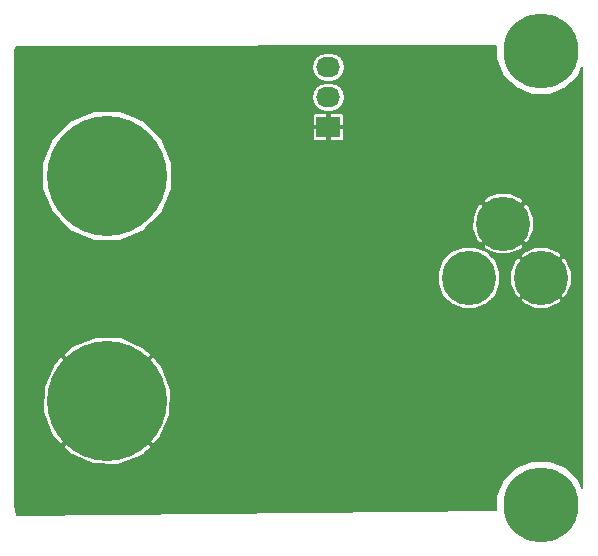
<source format=gbl>
G04 #@! TF.FileFunction,Copper,L2,Bot,Signal*
%FSLAX46Y46*%
G04 Gerber Fmt 4.6, Leading zero omitted, Abs format (unit mm)*
G04 Created by KiCad (PCBNEW 4.0.1-stable) date 2/13/2016 6:26:37 PM*
%MOMM*%
G01*
G04 APERTURE LIST*
%ADD10C,0.150000*%
%ADD11C,4.600000*%
%ADD12C,10.160000*%
%ADD13R,2.032000X1.727200*%
%ADD14O,2.032000X1.727200*%
%ADD15C,6.350000*%
%ADD16C,0.889000*%
%ADD17C,0.203200*%
G04 APERTURE END LIST*
D10*
D11*
X45000000Y-23250000D03*
X38900000Y-23250000D03*
X41800000Y-18650000D03*
D12*
X8255000Y-14605000D03*
X8255000Y-33655000D03*
D13*
X27000000Y-10500000D03*
D14*
X27000000Y-7960000D03*
X27000000Y-5420000D03*
D15*
X45000000Y-4000000D03*
X45000000Y-42500000D03*
D16*
X31500000Y-17000000D03*
X30000000Y-35750000D03*
X24500000Y-38750000D03*
X21750000Y-27750000D03*
X23250000Y-8500000D03*
X12192000Y-25654000D03*
X6350000Y-24892000D03*
D17*
G36*
X41214744Y-4749501D02*
X41789701Y-6141003D01*
X42853397Y-7206557D01*
X44243894Y-7783942D01*
X45749501Y-7785256D01*
X47141003Y-7210299D01*
X48206557Y-6146603D01*
X48504700Y-5428595D01*
X48504700Y-41071502D01*
X48210299Y-40358997D01*
X47146603Y-39293443D01*
X45756106Y-38716058D01*
X44250499Y-38714744D01*
X42858997Y-39289701D01*
X41793443Y-40353397D01*
X41216058Y-41743894D01*
X41215065Y-42882155D01*
X662874Y-43293668D01*
X495300Y-42451217D01*
X495300Y-37545688D01*
X4490035Y-37545688D01*
X5100231Y-38148413D01*
X7059928Y-39013650D01*
X9201564Y-39063081D01*
X11199094Y-38289181D01*
X11409769Y-38148413D01*
X12019965Y-37545688D01*
X8255000Y-33780724D01*
X4490035Y-37545688D01*
X495300Y-37545688D01*
X495300Y-34601564D01*
X2846919Y-34601564D01*
X3620819Y-36599094D01*
X3761587Y-36809769D01*
X4364312Y-37419965D01*
X8129276Y-33655000D01*
X8380724Y-33655000D01*
X12145688Y-37419965D01*
X12748413Y-36809769D01*
X13613650Y-34850072D01*
X13663081Y-32708436D01*
X12889181Y-30710906D01*
X12748413Y-30500231D01*
X12145688Y-29890035D01*
X8380724Y-33655000D01*
X8129276Y-33655000D01*
X4364312Y-29890035D01*
X3761587Y-30500231D01*
X2896350Y-32459928D01*
X2846919Y-34601564D01*
X495300Y-34601564D01*
X495300Y-29764312D01*
X4490035Y-29764312D01*
X8255000Y-33529276D01*
X12019965Y-29764312D01*
X11409769Y-29161587D01*
X9450072Y-28296350D01*
X7308436Y-28246919D01*
X5310906Y-29020819D01*
X5100231Y-29161587D01*
X4490035Y-29764312D01*
X495300Y-29764312D01*
X495300Y-23775914D01*
X36243940Y-23775914D01*
X36647379Y-24752311D01*
X37393760Y-25499995D01*
X38369451Y-25905138D01*
X39425914Y-25906060D01*
X40402311Y-25502621D01*
X40769719Y-25135853D01*
X43239871Y-25135853D01*
X43511738Y-25449663D01*
X44466799Y-25851757D01*
X45503036Y-25857757D01*
X46462690Y-25466750D01*
X46488262Y-25449663D01*
X46760129Y-25135853D01*
X45000000Y-23375724D01*
X43239871Y-25135853D01*
X40769719Y-25135853D01*
X41149995Y-24756240D01*
X41555138Y-23780549D01*
X41555162Y-23753036D01*
X42392243Y-23753036D01*
X42783250Y-24712690D01*
X42800337Y-24738262D01*
X43114147Y-25010129D01*
X44874276Y-23250000D01*
X45125724Y-23250000D01*
X46885853Y-25010129D01*
X47199663Y-24738262D01*
X47601757Y-23783201D01*
X47607757Y-22746964D01*
X47216750Y-21787310D01*
X47199663Y-21761738D01*
X46885853Y-21489871D01*
X45125724Y-23250000D01*
X44874276Y-23250000D01*
X43114147Y-21489871D01*
X42800337Y-21761738D01*
X42398243Y-22716799D01*
X42392243Y-23753036D01*
X41555162Y-23753036D01*
X41556060Y-22724086D01*
X41152621Y-21747689D01*
X40769748Y-21364147D01*
X43239871Y-21364147D01*
X45000000Y-23124276D01*
X46760129Y-21364147D01*
X46488262Y-21050337D01*
X45533201Y-20648243D01*
X44496964Y-20642243D01*
X43537310Y-21033250D01*
X43511738Y-21050337D01*
X43239871Y-21364147D01*
X40769748Y-21364147D01*
X40406240Y-21000005D01*
X39430549Y-20594862D01*
X38374086Y-20593940D01*
X37397689Y-20997379D01*
X36650005Y-21743760D01*
X36244862Y-22719451D01*
X36243940Y-23775914D01*
X495300Y-23775914D01*
X495300Y-20535853D01*
X40039871Y-20535853D01*
X40311738Y-20849663D01*
X41266799Y-21251757D01*
X42303036Y-21257757D01*
X43262690Y-20866750D01*
X43288262Y-20849663D01*
X43560129Y-20535853D01*
X41800000Y-18775724D01*
X40039871Y-20535853D01*
X495300Y-20535853D01*
X495300Y-15691525D01*
X2767650Y-15691525D01*
X3601144Y-17708736D01*
X5143146Y-19253432D01*
X7158900Y-20090446D01*
X9341525Y-20092350D01*
X11358736Y-19258856D01*
X11464740Y-19153036D01*
X39192243Y-19153036D01*
X39583250Y-20112690D01*
X39600337Y-20138262D01*
X39914147Y-20410129D01*
X41674276Y-18650000D01*
X41925724Y-18650000D01*
X43685853Y-20410129D01*
X43999663Y-20138262D01*
X44401757Y-19183201D01*
X44407757Y-18146964D01*
X44016750Y-17187310D01*
X43999663Y-17161738D01*
X43685853Y-16889871D01*
X41925724Y-18650000D01*
X41674276Y-18650000D01*
X39914147Y-16889871D01*
X39600337Y-17161738D01*
X39198243Y-18116799D01*
X39192243Y-19153036D01*
X11464740Y-19153036D01*
X12903432Y-17716854D01*
X13299030Y-16764147D01*
X40039871Y-16764147D01*
X41800000Y-18524276D01*
X43560129Y-16764147D01*
X43288262Y-16450337D01*
X42333201Y-16048243D01*
X41296964Y-16042243D01*
X40337310Y-16433250D01*
X40311738Y-16450337D01*
X40039871Y-16764147D01*
X13299030Y-16764147D01*
X13740446Y-15701100D01*
X13742350Y-13518475D01*
X12908856Y-11501264D01*
X12074151Y-10665100D01*
X25679200Y-10665100D01*
X25679200Y-11424229D01*
X25725603Y-11536256D01*
X25811345Y-11621997D01*
X25923372Y-11668400D01*
X26834900Y-11668400D01*
X26911100Y-11592200D01*
X26911100Y-10588900D01*
X27088900Y-10588900D01*
X27088900Y-11592200D01*
X27165100Y-11668400D01*
X28076628Y-11668400D01*
X28188655Y-11621997D01*
X28274397Y-11536256D01*
X28320800Y-11424229D01*
X28320800Y-10665100D01*
X28244600Y-10588900D01*
X27088900Y-10588900D01*
X26911100Y-10588900D01*
X25755400Y-10588900D01*
X25679200Y-10665100D01*
X12074151Y-10665100D01*
X11366854Y-9956568D01*
X10449793Y-9575771D01*
X25679200Y-9575771D01*
X25679200Y-10334900D01*
X25755400Y-10411100D01*
X26911100Y-10411100D01*
X26911100Y-9407800D01*
X27088900Y-9407800D01*
X27088900Y-10411100D01*
X28244600Y-10411100D01*
X28320800Y-10334900D01*
X28320800Y-9575771D01*
X28274397Y-9463744D01*
X28188655Y-9378003D01*
X28076628Y-9331600D01*
X27165100Y-9331600D01*
X27088900Y-9407800D01*
X26911100Y-9407800D01*
X26834900Y-9331600D01*
X25923372Y-9331600D01*
X25811345Y-9378003D01*
X25725603Y-9463744D01*
X25679200Y-9575771D01*
X10449793Y-9575771D01*
X9351100Y-9119554D01*
X7168475Y-9117650D01*
X5151264Y-9951144D01*
X3606568Y-11493146D01*
X2769554Y-13508900D01*
X2767650Y-15691525D01*
X495300Y-15691525D01*
X495300Y-7960000D01*
X25601529Y-7960000D01*
X25694335Y-8426568D01*
X25958624Y-8822105D01*
X26354161Y-9086394D01*
X26820729Y-9179200D01*
X27179271Y-9179200D01*
X27645839Y-9086394D01*
X28041376Y-8822105D01*
X28305665Y-8426568D01*
X28398471Y-7960000D01*
X28305665Y-7493432D01*
X28041376Y-7097895D01*
X27645839Y-6833606D01*
X27179271Y-6740800D01*
X26820729Y-6740800D01*
X26354161Y-6833606D01*
X25958624Y-7097895D01*
X25694335Y-7493432D01*
X25601529Y-7960000D01*
X495300Y-7960000D01*
X495300Y-5420000D01*
X25601529Y-5420000D01*
X25694335Y-5886568D01*
X25958624Y-6282105D01*
X26354161Y-6546394D01*
X26820729Y-6639200D01*
X27179271Y-6639200D01*
X27645839Y-6546394D01*
X28041376Y-6282105D01*
X28305665Y-5886568D01*
X28398471Y-5420000D01*
X28305665Y-4953432D01*
X28041376Y-4557895D01*
X27645839Y-4293606D01*
X27179271Y-4200800D01*
X26820729Y-4200800D01*
X26354161Y-4293606D01*
X25958624Y-4557895D01*
X25694335Y-4953432D01*
X25601529Y-5420000D01*
X495300Y-5420000D01*
X495300Y-4048783D01*
X563231Y-3707272D01*
X41215731Y-3618583D01*
X41214744Y-4749501D01*
X41214744Y-4749501D01*
G37*
X41214744Y-4749501D02*
X41789701Y-6141003D01*
X42853397Y-7206557D01*
X44243894Y-7783942D01*
X45749501Y-7785256D01*
X47141003Y-7210299D01*
X48206557Y-6146603D01*
X48504700Y-5428595D01*
X48504700Y-41071502D01*
X48210299Y-40358997D01*
X47146603Y-39293443D01*
X45756106Y-38716058D01*
X44250499Y-38714744D01*
X42858997Y-39289701D01*
X41793443Y-40353397D01*
X41216058Y-41743894D01*
X41215065Y-42882155D01*
X662874Y-43293668D01*
X495300Y-42451217D01*
X495300Y-37545688D01*
X4490035Y-37545688D01*
X5100231Y-38148413D01*
X7059928Y-39013650D01*
X9201564Y-39063081D01*
X11199094Y-38289181D01*
X11409769Y-38148413D01*
X12019965Y-37545688D01*
X8255000Y-33780724D01*
X4490035Y-37545688D01*
X495300Y-37545688D01*
X495300Y-34601564D01*
X2846919Y-34601564D01*
X3620819Y-36599094D01*
X3761587Y-36809769D01*
X4364312Y-37419965D01*
X8129276Y-33655000D01*
X8380724Y-33655000D01*
X12145688Y-37419965D01*
X12748413Y-36809769D01*
X13613650Y-34850072D01*
X13663081Y-32708436D01*
X12889181Y-30710906D01*
X12748413Y-30500231D01*
X12145688Y-29890035D01*
X8380724Y-33655000D01*
X8129276Y-33655000D01*
X4364312Y-29890035D01*
X3761587Y-30500231D01*
X2896350Y-32459928D01*
X2846919Y-34601564D01*
X495300Y-34601564D01*
X495300Y-29764312D01*
X4490035Y-29764312D01*
X8255000Y-33529276D01*
X12019965Y-29764312D01*
X11409769Y-29161587D01*
X9450072Y-28296350D01*
X7308436Y-28246919D01*
X5310906Y-29020819D01*
X5100231Y-29161587D01*
X4490035Y-29764312D01*
X495300Y-29764312D01*
X495300Y-23775914D01*
X36243940Y-23775914D01*
X36647379Y-24752311D01*
X37393760Y-25499995D01*
X38369451Y-25905138D01*
X39425914Y-25906060D01*
X40402311Y-25502621D01*
X40769719Y-25135853D01*
X43239871Y-25135853D01*
X43511738Y-25449663D01*
X44466799Y-25851757D01*
X45503036Y-25857757D01*
X46462690Y-25466750D01*
X46488262Y-25449663D01*
X46760129Y-25135853D01*
X45000000Y-23375724D01*
X43239871Y-25135853D01*
X40769719Y-25135853D01*
X41149995Y-24756240D01*
X41555138Y-23780549D01*
X41555162Y-23753036D01*
X42392243Y-23753036D01*
X42783250Y-24712690D01*
X42800337Y-24738262D01*
X43114147Y-25010129D01*
X44874276Y-23250000D01*
X45125724Y-23250000D01*
X46885853Y-25010129D01*
X47199663Y-24738262D01*
X47601757Y-23783201D01*
X47607757Y-22746964D01*
X47216750Y-21787310D01*
X47199663Y-21761738D01*
X46885853Y-21489871D01*
X45125724Y-23250000D01*
X44874276Y-23250000D01*
X43114147Y-21489871D01*
X42800337Y-21761738D01*
X42398243Y-22716799D01*
X42392243Y-23753036D01*
X41555162Y-23753036D01*
X41556060Y-22724086D01*
X41152621Y-21747689D01*
X40769748Y-21364147D01*
X43239871Y-21364147D01*
X45000000Y-23124276D01*
X46760129Y-21364147D01*
X46488262Y-21050337D01*
X45533201Y-20648243D01*
X44496964Y-20642243D01*
X43537310Y-21033250D01*
X43511738Y-21050337D01*
X43239871Y-21364147D01*
X40769748Y-21364147D01*
X40406240Y-21000005D01*
X39430549Y-20594862D01*
X38374086Y-20593940D01*
X37397689Y-20997379D01*
X36650005Y-21743760D01*
X36244862Y-22719451D01*
X36243940Y-23775914D01*
X495300Y-23775914D01*
X495300Y-20535853D01*
X40039871Y-20535853D01*
X40311738Y-20849663D01*
X41266799Y-21251757D01*
X42303036Y-21257757D01*
X43262690Y-20866750D01*
X43288262Y-20849663D01*
X43560129Y-20535853D01*
X41800000Y-18775724D01*
X40039871Y-20535853D01*
X495300Y-20535853D01*
X495300Y-15691525D01*
X2767650Y-15691525D01*
X3601144Y-17708736D01*
X5143146Y-19253432D01*
X7158900Y-20090446D01*
X9341525Y-20092350D01*
X11358736Y-19258856D01*
X11464740Y-19153036D01*
X39192243Y-19153036D01*
X39583250Y-20112690D01*
X39600337Y-20138262D01*
X39914147Y-20410129D01*
X41674276Y-18650000D01*
X41925724Y-18650000D01*
X43685853Y-20410129D01*
X43999663Y-20138262D01*
X44401757Y-19183201D01*
X44407757Y-18146964D01*
X44016750Y-17187310D01*
X43999663Y-17161738D01*
X43685853Y-16889871D01*
X41925724Y-18650000D01*
X41674276Y-18650000D01*
X39914147Y-16889871D01*
X39600337Y-17161738D01*
X39198243Y-18116799D01*
X39192243Y-19153036D01*
X11464740Y-19153036D01*
X12903432Y-17716854D01*
X13299030Y-16764147D01*
X40039871Y-16764147D01*
X41800000Y-18524276D01*
X43560129Y-16764147D01*
X43288262Y-16450337D01*
X42333201Y-16048243D01*
X41296964Y-16042243D01*
X40337310Y-16433250D01*
X40311738Y-16450337D01*
X40039871Y-16764147D01*
X13299030Y-16764147D01*
X13740446Y-15701100D01*
X13742350Y-13518475D01*
X12908856Y-11501264D01*
X12074151Y-10665100D01*
X25679200Y-10665100D01*
X25679200Y-11424229D01*
X25725603Y-11536256D01*
X25811345Y-11621997D01*
X25923372Y-11668400D01*
X26834900Y-11668400D01*
X26911100Y-11592200D01*
X26911100Y-10588900D01*
X27088900Y-10588900D01*
X27088900Y-11592200D01*
X27165100Y-11668400D01*
X28076628Y-11668400D01*
X28188655Y-11621997D01*
X28274397Y-11536256D01*
X28320800Y-11424229D01*
X28320800Y-10665100D01*
X28244600Y-10588900D01*
X27088900Y-10588900D01*
X26911100Y-10588900D01*
X25755400Y-10588900D01*
X25679200Y-10665100D01*
X12074151Y-10665100D01*
X11366854Y-9956568D01*
X10449793Y-9575771D01*
X25679200Y-9575771D01*
X25679200Y-10334900D01*
X25755400Y-10411100D01*
X26911100Y-10411100D01*
X26911100Y-9407800D01*
X27088900Y-9407800D01*
X27088900Y-10411100D01*
X28244600Y-10411100D01*
X28320800Y-10334900D01*
X28320800Y-9575771D01*
X28274397Y-9463744D01*
X28188655Y-9378003D01*
X28076628Y-9331600D01*
X27165100Y-9331600D01*
X27088900Y-9407800D01*
X26911100Y-9407800D01*
X26834900Y-9331600D01*
X25923372Y-9331600D01*
X25811345Y-9378003D01*
X25725603Y-9463744D01*
X25679200Y-9575771D01*
X10449793Y-9575771D01*
X9351100Y-9119554D01*
X7168475Y-9117650D01*
X5151264Y-9951144D01*
X3606568Y-11493146D01*
X2769554Y-13508900D01*
X2767650Y-15691525D01*
X495300Y-15691525D01*
X495300Y-7960000D01*
X25601529Y-7960000D01*
X25694335Y-8426568D01*
X25958624Y-8822105D01*
X26354161Y-9086394D01*
X26820729Y-9179200D01*
X27179271Y-9179200D01*
X27645839Y-9086394D01*
X28041376Y-8822105D01*
X28305665Y-8426568D01*
X28398471Y-7960000D01*
X28305665Y-7493432D01*
X28041376Y-7097895D01*
X27645839Y-6833606D01*
X27179271Y-6740800D01*
X26820729Y-6740800D01*
X26354161Y-6833606D01*
X25958624Y-7097895D01*
X25694335Y-7493432D01*
X25601529Y-7960000D01*
X495300Y-7960000D01*
X495300Y-5420000D01*
X25601529Y-5420000D01*
X25694335Y-5886568D01*
X25958624Y-6282105D01*
X26354161Y-6546394D01*
X26820729Y-6639200D01*
X27179271Y-6639200D01*
X27645839Y-6546394D01*
X28041376Y-6282105D01*
X28305665Y-5886568D01*
X28398471Y-5420000D01*
X28305665Y-4953432D01*
X28041376Y-4557895D01*
X27645839Y-4293606D01*
X27179271Y-4200800D01*
X26820729Y-4200800D01*
X26354161Y-4293606D01*
X25958624Y-4557895D01*
X25694335Y-4953432D01*
X25601529Y-5420000D01*
X495300Y-5420000D01*
X495300Y-4048783D01*
X563231Y-3707272D01*
X41215731Y-3618583D01*
X41214744Y-4749501D01*
M02*

</source>
